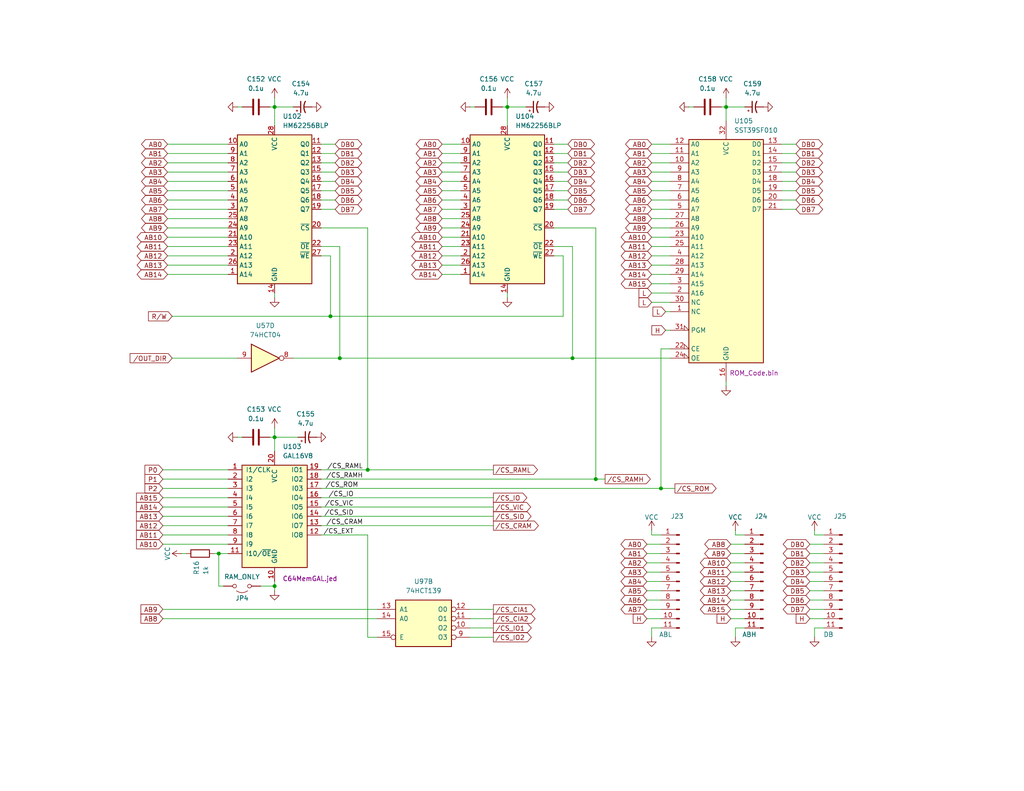
<source format=kicad_sch>
(kicad_sch (version 20250114) (generator "eeschema") (generator_version "9.0")
  (paper "A")
  (title_block (title "TTL 6510 Computer") (date "2025-10-20") (rev "B") (company "Stefan Warnke") (comment 9 "CPU_6502_Opcodes.txt"))
  (lib_symbols
    (symbol "74xx:74HCT04"
      (property "Reference" "U" (at 0 1.27 0))
      (property "Value" "74HCT04" (at 0 -1.27 0))
      (symbol "74HCT04_1_0"
        (pin input line (at -7.62 0 0) (length 3.81) (name "~") (number "1"))
        (pin output inverted (at 7.62 0 180) (length 3.81) (name "~") (number "2"))
      )
      (symbol "74HCT04_2_0"
        (pin input line (at -7.62 0 0) (length 3.81) (name "~") (number "3"))
        (pin output inverted (at 7.62 0 180) (length 3.81) (name "~") (number "4"))
      )
      (symbol "74HCT04_3_0"
        (pin input line (at -7.62 0 0) (length 3.81) (name "~") (number "5"))
        (pin output inverted (at 7.62 0 180) (length 3.81) (name "~") (number "6"))
      )
      (symbol "74HCT04_4_0"
        (pin input line (at -7.62 0 0) (length 3.81) (name "~") (number "9"))
        (pin output inverted (at 7.62 0 180) (length 3.81) (name "~") (number "8"))
      )
      (symbol "74HCT04_5_0"
        (pin input line (at -7.62 0 0) (length 3.81) (name "~") (number "11"))
        (pin output inverted (at 7.62 0 180) (length 3.81) (name "~") (number "10"))
      )
      (symbol "74HCT04_6_0"
        (pin input line (at -7.62 0 0) (length 3.81) (name "~") (number "13"))
        (pin output inverted (at 7.62 0 180) (length 3.81) (name "~") (number "12"))
      )
      (symbol "74HCT04_7_0"
        (pin power_in line (at 0 12.7 270) (length 5.08) (name "VCC") (number "14"))
        (pin power_in line (at 0 -12.7 90) (length 5.08) (name "GND") (number "7"))
      )
    )
    (symbol "74xx:74LS139" (pin_names (offset 1.016))
      (property "Reference" "U" (at -7.62 8.89 0))
      (property "Value" "74LS139" (at -7.62 -8.89 0))
      (symbol "74LS139_1_0"
        (pin input line (at -12.7 2.54 0) (length 5.08) (name "A1") (number "3"))
        (pin input line (at -12.7 0 0) (length 5.08) (name "A0") (number "2"))
        (pin input inverted (at -12.7 -5.08 0) (length 5.08) (name "E") (number "1"))
        (pin output inverted (at 12.7 2.54 180) (length 5.08) (name "O0") (number "4"))
        (pin output inverted (at 12.7 0 180) (length 5.08) (name "O1") (number "5"))
        (pin output inverted (at 12.7 -2.54 180) (length 5.08) (name "O2") (number "6"))
        (pin output inverted (at 12.7 -5.08 180) (length 5.08) (name "O3") (number "7"))
      )
      (symbol "74LS139_2_0"
        (pin input line (at -12.7 2.54 0) (length 5.08) (name "A1") (number "13"))
        (pin input line (at -12.7 0 0) (length 5.08) (name "A0") (number "14"))
        (pin input inverted (at -12.7 -5.08 0) (length 5.08) (name "E") (number "15"))
        (pin output inverted (at 12.7 2.54 180) (length 5.08) (name "O0") (number "12"))
        (pin output inverted (at 12.7 0 180) (length 5.08) (name "O1") (number "11"))
        (pin output inverted (at 12.7 -2.54 180) (length 5.08) (name "O2") (number "10"))
        (pin output inverted (at 12.7 -5.08 180) (length 5.08) (name "O3") (number "9"))
      )
      (symbol "74LS139_3_0"
        (pin power_in line (at 0 12.7 270) (length 5.08) (name "VCC") (number "16"))
        (pin power_in line (at 0 -12.7 90) (length 5.08) (name "GND") (number "8"))
      )
    )
    (symbol "Connector:Conn_01x11_Pin" (pin_names (offset 1.016) (hide yes))
      (property "Reference" "J" (at 0 15.24 0))
      (property "Value" "Conn_01x11_Pin" (at 0 -15.24 0))
      (symbol "Conn_01x11_Pin_1_1"
        (pin passive line (at 5.08 12.7 180) (length 3.81) (name "Pin_1") (number "1"))
        (pin passive line (at 5.08 10.16 180) (length 3.81) (name "Pin_2") (number "2"))
        (pin passive line (at 5.08 7.62 180) (length 3.81) (name "Pin_3") (number "3"))
        (pin passive line (at 5.08 5.08 180) (length 3.81) (name "Pin_4") (number "4"))
        (pin passive line (at 5.08 2.54 180) (length 3.81) (name "Pin_5") (number "5"))
        (pin passive line (at 5.08 0 180) (length 3.81) (name "Pin_6") (number "6"))
        (pin passive line (at 5.08 -2.54 180) (length 3.81) (name "Pin_7") (number "7"))
        (pin passive line (at 5.08 -5.08 180) (length 3.81) (name "Pin_8") (number "8"))
        (pin passive line (at 5.08 -7.62 180) (length 3.81) (name "Pin_9") (number "9"))
        (pin passive line (at 5.08 -10.16 180) (length 3.81) (name "Pin_10") (number "10"))
        (pin passive line (at 5.08 -12.7 180) (length 3.81) (name "Pin_11") (number "11"))
      )
    )
    (symbol "Device:C" (pin_numbers (hide yes)) (pin_names (offset 0.254))
      (property "Reference" "C" (at 0.635 2.54 0))
      (property "Value" "C" (at 0.635 -2.54 0))
      (symbol "C_1_1"
        (pin passive line (at 0 3.81 270) (length 2.794) (name "~") (number "1"))
        (pin passive line (at 0 -3.81 90) (length 2.794) (name "~") (number "2"))
      )
    )
    (symbol "Device:C_Polarized_Small_US" (pin_numbers (hide yes)) (pin_names (offset 0.254) (hide yes))
      (property "Reference" "C" (at 0.254 1.778 0))
      (property "Value" "C_Polarized_Small_US" (at 0.254 -2.032 0))
      (symbol "C_Polarized_Small_US_1_1"
        (pin passive line (at 0 2.54 270) (length 2.032) (name "~") (number "1"))
        (pin passive line (at 0 -2.54 90) (length 2.032) (name "~") (number "2"))
      )
    )
    (symbol "Device:R" (pin_numbers (hide yes)) (pin_names (offset 0))
      (property "Reference" "R" (at 2.032 0 90))
      (property "Value" "R" (at 0 0 90))
      (symbol "R_1_1"
        (pin passive line (at 0 3.81 270) (length 1.27) (name "~") (number "1"))
        (pin passive line (at 0 -3.81 90) (length 1.27) (name "~") (number "2"))
      )
    )
    (symbol "Jumper:Jumper_2_Open" (pin_numbers (hide yes)) (pin_names (offset 0) (hide yes)) (exclude_from_sim yes)
      (property "Reference" "JP" (at 0 2.794 0))
      (property "Value" "Jumper_2_Open" (at 0 -2.286 0))
      (symbol "Jumper_2_Open_1_1"
        (pin passive line (at -5.08 0 0) (length 2.54) (name "A") (number "1"))
        (pin passive line (at 5.08 0 180) (length 2.54) (name "B") (number "2"))
      )
    )
    (symbol "Logic_Programmable:GAL16V8" (pin_names (offset 1.016))
      (property "Reference" "U" (at -8.89 16.51 0))
      (property "Value" "GAL16V8" (at 1.27 16.51 0))
      (symbol "GAL16V8_0_0"
        (pin power_in line (at 0 17.78 270) (length 3.81) (name "VCC") (number "20"))
        (pin power_in line (at 0 -17.78 90) (length 3.81) (name "GND") (number "10"))
      )
      (symbol "GAL16V8_1_1"
        (pin input line (at -12.7 12.7 0) (length 3.81) (name "I1/CLK") (number "1"))
        (pin input line (at -12.7 10.16 0) (length 3.81) (name "I2") (number "2"))
        (pin input line (at -12.7 7.62 0) (length 3.81) (name "I3") (number "3"))
        (pin input line (at -12.7 5.08 0) (length 3.81) (name "I4") (number "4"))
        (pin input line (at -12.7 2.54 0) (length 3.81) (name "I5") (number "5"))
        (pin input line (at -12.7 0 0) (length 3.81) (name "I6") (number "6"))
        (pin input line (at -12.7 -2.54 0) (length 3.81) (name "I7") (number "7"))
        (pin input line (at -12.7 -5.08 0) (length 3.81) (name "I8") (number "8"))
        (pin input line (at -12.7 -7.62 0) (length 3.81) (name "I9") (number "9"))
        (pin input line (at -12.7 -10.16 0) (length 3.81) (name "I10/~{OE}") (number "11"))
        (pin tri_state line (at 12.7 12.7 180) (length 3.81) (name "IO1") (number "19"))
        (pin tri_state line (at 12.7 10.16 180) (length 3.81) (name "IO2") (number "18"))
        (pin tri_state line (at 12.7 7.62 180) (length 3.81) (name "I03") (number "17"))
        (pin tri_state line (at 12.7 5.08 180) (length 3.81) (name "IO4") (number "16"))
        (pin tri_state line (at 12.7 2.54 180) (length 3.81) (name "IO5") (number "15"))
        (pin tri_state line (at 12.7 0 180) (length 3.81) (name "IO6") (number "14"))
        (pin tri_state line (at 12.7 -2.54 180) (length 3.81) (name "IO7") (number "13"))
        (pin tri_state line (at 12.7 -5.08 180) (length 3.81) (name "IO8") (number "12"))
      )
    )
    (symbol "Memory_Flash:SST39SF010"
      (property "Reference" "U" (at 2.54 33.02 0))
      (property "Value" "SST39SF010" (at 0 -30.48 0))
      (symbol "SST39SF010_0_0"
        (pin power_in line (at 0 36.83 270) (length 5.08) (name "VCC") (number "32"))
        (pin power_in line (at 0 -34.29 90) (length 5.08) (name "GND") (number "16"))
      )
      (symbol "SST39SF010_1_1"
        (pin input line (at -15.24 30.48 0) (length 5.08) (name "A0") (number "12"))
        (pin input line (at -15.24 27.94 0) (length 5.08) (name "A1") (number "11"))
        (pin input line (at -15.24 25.4 0) (length 5.08) (name "A2") (number "10"))
        (pin input line (at -15.24 22.86 0) (length 5.08) (name "A3") (number "9"))
        (pin input line (at -15.24 20.32 0) (length 5.08) (name "A4") (number "8"))
        (pin input line (at -15.24 17.78 0) (length 5.08) (name "A5") (number "7"))
        (pin input line (at -15.24 15.24 0) (length 5.08) (name "A6") (number "6"))
        (pin input line (at -15.24 12.7 0) (length 5.08) (name "A7") (number "5"))
        (pin input line (at -15.24 10.16 0) (length 5.08) (name "A8") (number "27"))
        (pin input line (at -15.24 7.62 0) (length 5.08) (name "A9") (number "26"))
        (pin input line (at -15.24 5.08 0) (length 5.08) (name "A10") (number "23"))
        (pin input line (at -15.24 2.54 0) (length 5.08) (name "A11") (number "25"))
        (pin input line (at -15.24 0 0) (length 5.08) (name "A12") (number "4"))
        (pin input line (at -15.24 -2.54 0) (length 5.08) (name "A13") (number "28"))
        (pin input line (at -15.24 -5.08 0) (length 5.08) (name "A14") (number "29"))
        (pin input line (at -15.24 -7.62 0) (length 5.08) (name "A15") (number "3"))
        (pin input line (at -15.24 -10.16 0) (length 5.08) (name "A16") (number "2"))
        (pin input line (at -15.24 -12.7 0) (length 5.08) (name "NC") (number "30"))
        (pin input line (at -15.24 -15.24 0) (length 5.08) (name "NC") (number "1"))
        (pin input input_low (at -15.24 -20.32 0) (length 5.08) (name "PGM") (number "31"))
        (pin input input_low (at -15.24 -25.4 0) (length 5.08) (name "CE") (number "22"))
        (pin input input_low (at -15.24 -27.94 0) (length 5.08) (name "OE") (number "24"))
        (pin tri_state line (at 15.24 30.48 180) (length 5.08) (name "D0") (number "13"))
        (pin tri_state line (at 15.24 27.94 180) (length 5.08) (name "D1") (number "14"))
        (pin tri_state line (at 15.24 25.4 180) (length 5.08) (name "D2") (number "15"))
        (pin tri_state line (at 15.24 22.86 180) (length 5.08) (name "D3") (number "17"))
        (pin tri_state line (at 15.24 20.32 180) (length 5.08) (name "D4") (number "18"))
        (pin tri_state line (at 15.24 17.78 180) (length 5.08) (name "D5") (number "19"))
        (pin tri_state line (at 15.24 15.24 180) (length 5.08) (name "D6") (number "20"))
        (pin tri_state line (at 15.24 12.7 180) (length 5.08) (name "D7") (number "21"))
      )
    )
    (symbol "Memory_RAM:HM62256BLP"
      (property "Reference" "U" (at -10.16 20.955 0))
      (property "Value" "HM62256BLP" (at 2.54 20.955 0))
      (symbol "HM62256BLP_0_0"
        (pin power_in line (at 0 22.86 270) (length 2.54) (name "VCC") (number "28"))
        (pin power_in line (at 0 -22.86 90) (length 2.54) (name "GND") (number "14"))
      )
      (symbol "HM62256BLP_1_1"
        (pin input line (at -12.7 17.78 0) (length 2.54) (name "A0") (number "10"))
        (pin input line (at -12.7 15.24 0) (length 2.54) (name "A1") (number "9"))
        (pin input line (at -12.7 12.7 0) (length 2.54) (name "A2") (number "8"))
        (pin input line (at -12.7 10.16 0) (length 2.54) (name "A3") (number "7"))
        (pin input line (at -12.7 7.62 0) (length 2.54) (name "A4") (number "6"))
        (pin input line (at -12.7 5.08 0) (length 2.54) (name "A5") (number "5"))
        (pin input line (at -12.7 2.54 0) (length 2.54) (name "A6") (number "4"))
        (pin input line (at -12.7 0 0) (length 2.54) (name "A7") (number "3"))
        (pin input line (at -12.7 -2.54 0) (length 2.54) (name "A8") (number "25"))
        (pin input line (at -12.7 -5.08 0) (length 2.54) (name "A9") (number "24"))
        (pin input line (at -12.7 -7.62 0) (length 2.54) (name "A10") (number "21"))
        (pin input line (at -12.7 -10.16 0) (length 2.54) (name "A11") (number "23"))
        (pin input line (at -12.7 -12.7 0) (length 2.54) (name "A12") (number "2"))
        (pin input line (at -12.7 -15.24 0) (length 2.54) (name "A13") (number "26"))
        (pin input line (at -12.7 -17.78 0) (length 2.54) (name "A14") (number "1"))
        (pin tri_state line (at 12.7 17.78 180) (length 2.54) (name "Q0") (number "11"))
        (pin tri_state line (at 12.7 15.24 180) (length 2.54) (name "Q1") (number "12"))
        (pin tri_state line (at 12.7 12.7 180) (length 2.54) (name "Q2") (number "13"))
        (pin tri_state line (at 12.7 10.16 180) (length 2.54) (name "Q3") (number "15"))
        (pin tri_state line (at 12.7 7.62 180) (length 2.54) (name "Q4") (number "16"))
        (pin tri_state line (at 12.7 5.08 180) (length 2.54) (name "Q5") (number "17"))
        (pin tri_state line (at 12.7 2.54 180) (length 2.54) (name "Q6") (number "18"))
        (pin tri_state line (at 12.7 0 180) (length 2.54) (name "Q7") (number "19"))
        (pin input line (at 12.7 -5.08 180) (length 2.54) (name "~{CS}") (number "20"))
        (pin input line (at 12.7 -10.16 180) (length 2.54) (name "~{OE}") (number "22"))
        (pin input line (at 12.7 -12.7 180) (length 2.54) (name "~{WE}") (number "27"))
      )
    )
    (symbol "power:+5V" (power) (pin_numbers (hide yes)) (pin_names (offset 0) (hide yes))
      (property "Value" "+5V" (at 0 3.556 0))
      (symbol "+5V_1_1"
        (pin power_in line (at 0 0 90) (length 0) (name "~") (number "1"))
      )
    )
    (symbol "power:GND" (power) (pin_numbers (hide yes)) (pin_names (offset 0) (hide yes))
      (property "Value" "GND" (at 0 -3.81 0))
      (symbol "GND_1_1"
        (pin power_in line (at 0 0 270) (length 0) (name "~") (number "1"))
      )
    )
  )
  (junction (at 74.93 160.02))
  (junction (at 156.21 97.79))
  (junction (at 162.56 130.81))
  (junction (at 100.33 128.27))
  (junction (at 74.93 29.21))
  (junction (at 138.43 29.21))
  (junction (at 59.69 151.13))
  (junction (at 90.17 86.36))
  (junction (at 92.71 97.79))
  (junction (at 198.12 29.21))
  (junction (at 180.34 133.35))
  (junction (at 74.93 119.38))
  (wire (pts (xy 224.79 166.37) (xy 220.98 166.37)))
  (wire (pts (xy 44.45 143.51) (xy 62.23 143.51)))
  (wire (pts (xy 180.34 153.67) (xy 176.53 153.67)))
  (wire (pts (xy 120.65 59.69) (xy 125.73 59.69)))
  (wire (pts (xy 177.8 69.85) (xy 182.88 69.85)))
  (wire (pts (xy 44.45 128.27) (xy 62.23 128.27)))
  (wire (pts (xy 203.2 148.59) (xy 199.39 148.59)))
  (wire (pts (xy 138.43 26.67) (xy 138.43 29.21)))
  (wire (pts (xy 151.13 57.15) (xy 154.94 57.15)))
  (wire (pts (xy 138.43 29.21) (xy 138.43 34.29)))
  (wire (pts (xy 180.34 168.91) (xy 176.53 168.91)))
  (wire (pts (xy 187.96 29.21) (xy 189.23 29.21)))
  (wire (pts (xy 45.72 74.93) (xy 62.23 74.93)))
  (wire (pts (xy 180.34 95.25) (xy 182.88 95.25)))
  (wire (pts (xy 120.65 49.53) (xy 125.73 49.53)))
  (wire (pts (xy 100.33 173.99) (xy 102.87 173.99)))
  (wire (pts (xy 224.79 153.67) (xy 220.98 153.67)))
  (wire (pts (xy 162.56 130.81) (xy 165.1 130.81)))
  (wire (pts (xy 45.72 46.99) (xy 62.23 46.99)))
  (wire (pts (xy 177.8 80.01) (xy 182.88 80.01)))
  (wire (pts (xy 44.45 146.05) (xy 62.23 146.05)))
  (wire (pts (xy 100.33 62.23) (xy 87.63 62.23)))
  (wire (pts (xy 151.13 69.85) (xy 153.67 69.85)))
  (wire (pts (xy 73.66 119.38) (xy 74.93 119.38)))
  (wire (pts (xy 203.2 156.21) (xy 199.39 156.21)))
  (wire (pts (xy 120.65 67.31) (xy 125.73 67.31)))
  (wire (pts (xy 45.72 64.77) (xy 62.23 64.77)))
  (wire (pts (xy 153.67 69.85) (xy 153.67 86.36)))
  (wire (pts (xy 120.65 72.39) (xy 125.73 72.39)))
  (wire (pts (xy 138.43 80.01) (xy 138.43 81.28)))
  (wire (pts (xy 87.63 135.89) (xy 134.62 135.89)))
  (wire (pts (xy 224.79 163.83) (xy 220.98 163.83)))
  (wire (pts (xy 87.63 46.99) (xy 91.44 46.99)))
  (wire (pts (xy 49.53 151.13) (xy 50.8 151.13)))
  (wire (pts (xy 73.66 29.21) (xy 74.93 29.21)))
  (wire (pts (xy 120.65 64.77) (xy 125.73 64.77)))
  (wire (pts (xy 180.34 158.75) (xy 176.53 158.75)))
  (wire (pts (xy 203.2 166.37) (xy 199.39 166.37)))
  (wire (pts (xy 156.21 67.31) (xy 151.13 67.31)))
  (wire (pts (xy 177.8 72.39) (xy 182.88 72.39)))
  (wire (pts (xy 198.12 29.21) (xy 198.12 33.02)))
  (wire (pts (xy 177.8 49.53) (xy 182.88 49.53)))
  (wire (pts (xy 128.27 171.45) (xy 134.62 171.45)))
  (wire (pts (xy 224.79 168.91) (xy 220.98 168.91)))
  (wire (pts (xy 162.56 62.23) (xy 151.13 62.23)))
  (wire (pts (xy 213.36 52.07) (xy 217.17 52.07)))
  (wire (pts (xy 196.85 29.21) (xy 198.12 29.21)))
  (wire (pts (xy 45.72 52.07) (xy 62.23 52.07)))
  (wire (pts (xy 59.69 151.13) (xy 62.23 151.13)))
  (wire (pts (xy 177.8 62.23) (xy 182.88 62.23)))
  (wire (pts (xy 45.72 67.31) (xy 62.23 67.31)))
  (wire (pts (xy 44.45 138.43) (xy 62.23 138.43)))
  (wire (pts (xy 87.63 128.27) (xy 100.33 128.27)))
  (wire (pts (xy 177.8 52.07) (xy 182.88 52.07)))
  (wire (pts (xy 180.34 133.35) (xy 184.15 133.35)))
  (wire (pts (xy 177.8 57.15) (xy 182.88 57.15)))
  (wire (pts (xy 46.99 86.36) (xy 90.17 86.36)))
  (wire (pts (xy 128.27 173.99) (xy 134.62 173.99)))
  (wire (pts (xy 180.34 161.29) (xy 176.53 161.29)))
  (wire (pts (xy 181.61 85.09) (xy 182.88 85.09)))
  (wire (pts (xy 87.63 146.05) (xy 100.33 146.05)))
  (wire (pts (xy 213.36 39.37) (xy 217.17 39.37)))
  (wire (pts (xy 45.72 69.85) (xy 62.23 69.85)))
  (wire (pts (xy 198.12 29.21) (xy 203.2 29.21)))
  (wire (pts (xy 87.63 130.81) (xy 162.56 130.81)))
  (wire (pts (xy 200.66 171.45) (xy 200.66 173.99)))
  (wire (pts (xy 87.63 54.61) (xy 91.44 54.61)))
  (wire (pts (xy 198.12 26.67) (xy 198.12 29.21)))
  (wire (pts (xy 45.72 62.23) (xy 62.23 62.23)))
  (wire (pts (xy 180.34 95.25) (xy 180.34 133.35)))
  (wire (pts (xy 177.8 171.45) (xy 177.8 173.99)))
  (wire (pts (xy 120.65 46.99) (xy 125.73 46.99)))
  (wire (pts (xy 213.36 57.15) (xy 217.17 57.15)))
  (wire (pts (xy 87.63 140.97) (xy 134.62 140.97)))
  (wire (pts (xy 87.63 41.91) (xy 91.44 41.91)))
  (wire (pts (xy 45.72 39.37) (xy 62.23 39.37)))
  (wire (pts (xy 120.65 52.07) (xy 125.73 52.07)))
  (wire (pts (xy 90.17 86.36) (xy 153.67 86.36)))
  (wire (pts (xy 87.63 52.07) (xy 91.44 52.07)))
  (wire (pts (xy 224.79 146.05) (xy 222.25 146.05)))
  (wire (pts (xy 64.77 29.21) (xy 66.04 29.21)))
  (wire (pts (xy 177.8 39.37) (xy 182.88 39.37)))
  (wire (pts (xy 87.63 69.85) (xy 90.17 69.85)))
  (wire (pts (xy 74.93 26.67) (xy 74.93 29.21)))
  (wire (pts (xy 213.36 46.99) (xy 217.17 46.99)))
  (wire (pts (xy 203.2 171.45) (xy 200.66 171.45)))
  (wire (pts (xy 203.2 151.13) (xy 199.39 151.13)))
  (wire (pts (xy 151.13 49.53) (xy 154.94 49.53)))
  (wire (pts (xy 87.63 133.35) (xy 180.34 133.35)))
  (wire (pts (xy 87.63 138.43) (xy 134.62 138.43)))
  (wire (pts (xy 80.01 97.79) (xy 92.71 97.79)))
  (wire (pts (xy 120.65 41.91) (xy 125.73 41.91)))
  (wire (pts (xy 180.34 171.45) (xy 177.8 171.45)))
  (wire (pts (xy 45.72 59.69) (xy 62.23 59.69)))
  (wire (pts (xy 45.72 54.61) (xy 62.23 54.61)))
  (wire (pts (xy 151.13 39.37) (xy 154.94 39.37)))
  (wire (pts (xy 224.79 156.21) (xy 220.98 156.21)))
  (wire (pts (xy 137.16 29.21) (xy 138.43 29.21)))
  (wire (pts (xy 203.2 161.29) (xy 199.39 161.29)))
  (wire (pts (xy 87.63 49.53) (xy 91.44 49.53)))
  (wire (pts (xy 120.65 39.37) (xy 125.73 39.37)))
  (wire (pts (xy 44.45 133.35) (xy 62.23 133.35)))
  (wire (pts (xy 74.93 116.84) (xy 74.93 119.38)))
  (wire (pts (xy 222.25 171.45) (xy 222.25 173.99)))
  (wire (pts (xy 177.8 64.77) (xy 182.88 64.77)))
  (wire (pts (xy 100.33 146.05) (xy 100.33 173.99)))
  (wire (pts (xy 120.65 62.23) (xy 125.73 62.23)))
  (wire (pts (xy 213.36 54.61) (xy 217.17 54.61)))
  (wire (pts (xy 44.45 148.59) (xy 62.23 148.59)))
  (wire (pts (xy 128.27 168.91) (xy 134.62 168.91)))
  (wire (pts (xy 222.25 146.05) (xy 222.25 144.78)))
  (wire (pts (xy 151.13 46.99) (xy 154.94 46.99)))
  (wire (pts (xy 92.71 67.31) (xy 92.71 97.79)))
  (wire (pts (xy 224.79 151.13) (xy 220.98 151.13)))
  (wire (pts (xy 58.42 151.13) (xy 59.69 151.13)))
  (wire (pts (xy 224.79 161.29) (xy 220.98 161.29)))
  (wire (pts (xy 45.72 57.15) (xy 62.23 57.15)))
  (wire (pts (xy 120.65 54.61) (xy 125.73 54.61)))
  (wire (pts (xy 203.2 153.67) (xy 199.39 153.67)))
  (wire (pts (xy 177.8 77.47) (xy 182.88 77.47)))
  (wire (pts (xy 181.61 90.17) (xy 182.88 90.17)))
  (wire (pts (xy 74.93 80.01) (xy 74.93 81.28)))
  (wire (pts (xy 60.96 160.02) (xy 59.69 160.02)))
  (wire (pts (xy 45.72 49.53) (xy 62.23 49.53)))
  (wire (pts (xy 74.93 119.38) (xy 74.93 123.19)))
  (wire (pts (xy 44.45 130.81) (xy 62.23 130.81)))
  (wire (pts (xy 74.93 119.38) (xy 81.28 119.38)))
  (wire (pts (xy 203.2 163.83) (xy 199.39 163.83)))
  (wire (pts (xy 180.34 166.37) (xy 176.53 166.37)))
  (wire (pts (xy 64.77 119.38) (xy 66.04 119.38)))
  (wire (pts (xy 180.34 146.05) (xy 177.8 146.05)))
  (wire (pts (xy 177.8 54.61) (xy 182.88 54.61)))
  (wire (pts (xy 44.45 166.37) (xy 102.87 166.37)))
  (wire (pts (xy 213.36 44.45) (xy 217.17 44.45)))
  (wire (pts (xy 198.12 104.14) (xy 198.12 105.41)))
  (wire (pts (xy 71.12 160.02) (xy 74.93 160.02)))
  (wire (pts (xy 213.36 41.91) (xy 217.17 41.91)))
  (wire (pts (xy 156.21 97.79) (xy 182.88 97.79)))
  (wire (pts (xy 45.72 72.39) (xy 62.23 72.39)))
  (wire (pts (xy 46.99 97.79) (xy 64.77 97.79)))
  (wire (pts (xy 177.8 46.99) (xy 182.88 46.99)))
  (wire (pts (xy 120.65 74.93) (xy 125.73 74.93)))
  (wire (pts (xy 44.45 135.89) (xy 62.23 135.89)))
  (wire (pts (xy 59.69 160.02) (xy 59.69 151.13)))
  (wire (pts (xy 87.63 39.37) (xy 91.44 39.37)))
  (wire (pts (xy 177.8 74.93) (xy 182.88 74.93)))
  (wire (pts (xy 177.8 146.05) (xy 177.8 144.78)))
  (wire (pts (xy 180.34 156.21) (xy 176.53 156.21)))
  (wire (pts (xy 87.63 44.45) (xy 91.44 44.45)))
  (wire (pts (xy 138.43 29.21) (xy 143.51 29.21)))
  (wire (pts (xy 151.13 52.07) (xy 154.94 52.07)))
  (wire (pts (xy 180.34 163.83) (xy 176.53 163.83)))
  (wire (pts (xy 180.34 148.59) (xy 176.53 148.59)))
  (wire (pts (xy 44.45 140.97) (xy 62.23 140.97)))
  (wire (pts (xy 74.93 160.02) (xy 74.93 161.29)))
  (wire (pts (xy 44.45 168.91) (xy 102.87 168.91)))
  (wire (pts (xy 180.34 151.13) (xy 176.53 151.13)))
  (wire (pts (xy 151.13 54.61) (xy 154.94 54.61)))
  (wire (pts (xy 151.13 41.91) (xy 154.94 41.91)))
  (wire (pts (xy 100.33 128.27) (xy 134.62 128.27)))
  (wire (pts (xy 87.63 143.51) (xy 134.62 143.51)))
  (wire (pts (xy 224.79 171.45) (xy 222.25 171.45)))
  (wire (pts (xy 200.66 146.05) (xy 200.66 144.78)))
  (wire (pts (xy 156.21 67.31) (xy 156.21 97.79)))
  (wire (pts (xy 128.27 29.21) (xy 129.54 29.21)))
  (wire (pts (xy 45.72 44.45) (xy 62.23 44.45)))
  (wire (pts (xy 151.13 44.45) (xy 154.94 44.45)))
  (wire (pts (xy 203.2 158.75) (xy 199.39 158.75)))
  (wire (pts (xy 74.93 158.75) (xy 74.93 160.02)))
  (wire (pts (xy 90.17 69.85) (xy 90.17 86.36)))
  (wire (pts (xy 74.93 29.21) (xy 74.93 34.29)))
  (wire (pts (xy 45.72 41.91) (xy 62.23 41.91)))
  (wire (pts (xy 177.8 67.31) (xy 182.88 67.31)))
  (wire (pts (xy 128.27 166.37) (xy 134.62 166.37)))
  (wire (pts (xy 162.56 62.23) (xy 162.56 130.81)))
  (wire (pts (xy 177.8 44.45) (xy 182.88 44.45)))
  (wire (pts (xy 203.2 146.05) (xy 200.66 146.05)))
  (wire (pts (xy 120.65 69.85) (xy 125.73 69.85)))
  (wire (pts (xy 177.8 41.91) (xy 182.88 41.91)))
  (wire (pts (xy 203.2 168.91) (xy 199.39 168.91)))
  (wire (pts (xy 120.65 57.15) (xy 125.73 57.15)))
  (wire (pts (xy 100.33 128.27) (xy 100.33 62.23)))
  (wire (pts (xy 177.8 82.55) (xy 182.88 82.55)))
  (wire (pts (xy 120.65 44.45) (xy 125.73 44.45)))
  (wire (pts (xy 177.8 59.69) (xy 182.88 59.69)))
  (wire (pts (xy 224.79 148.59) (xy 220.98 148.59)))
  (wire (pts (xy 213.36 49.53) (xy 217.17 49.53)))
  (wire (pts (xy 87.63 57.15) (xy 91.44 57.15)))
  (wire (pts (xy 74.93 29.21) (xy 80.01 29.21)))
  (wire (pts (xy 224.79 158.75) (xy 220.98 158.75)))
  (wire (pts (xy 92.71 67.31) (xy 87.63 67.31)))
  (wire (pts (xy 92.71 97.79) (xy 156.21 97.79)))
  (label "{slash}CS_ROM" (at 97.79 133.35 180))
  (label "{slash}CS_VIC" (at 96.52 138.43 180))
  (label "{slash}CS_RAMH" (at 99.06 130.81 180))
  (label "{slash}CS_IO" (at 96.52 135.89 180))
  (label "{slash}CS_EXT" (at 96.52 146.05 180))
  (label "{slash}CS_RAML" (at 99.06 128.27 180))
  (label "{slash}CS_SID" (at 96.52 140.97 180))
  (label "{slash}CS_CRAM" (at 99.06 143.51 180))
  (global_label "AB3" (shape bidirectional) (at 120.65 46.99 180) (property "Intersheetrefs" "${INTERSHEET_REFS}" (effects (hide yes))))
  (global_label "DB3" (shape bidirectional) (at 91.44 46.99 0) (property "Intersheetrefs" "${INTERSHEET_REFS}" (effects (hide yes))))
  (global_label "AB12" (shape bidirectional) (at 120.65 69.85 180) (property "Intersheetrefs" "${INTERSHEET_REFS}" (effects (hide yes))))
  (global_label "AB8" (shape bidirectional) (at 199.39 148.59 180) (property "Intersheetrefs" "${INTERSHEET_REFS}" (effects (hide yes))))
  (global_label "AB10" (shape bidirectional) (at 45.72 64.77 180) (property "Intersheetrefs" "${INTERSHEET_REFS}" (effects (hide yes))))
  (global_label "DB4" (shape bidirectional) (at 91.44 49.53 0) (property "Intersheetrefs" "${INTERSHEET_REFS}" (effects (hide yes))))
  (global_label "AB4" (shape bidirectional) (at 177.8 49.53 180) (property "Intersheetrefs" "${INTERSHEET_REFS}" (effects (hide yes))))
  (global_label "P2" (shape input) (at 44.45 133.35 180) (property "Intersheetrefs" "${INTERSHEET_REFS}" (effects (hide yes))))
  (global_label "DB5" (shape bidirectional) (at 154.94 52.07 0) (property "Intersheetrefs" "${INTERSHEET_REFS}" (effects (hide yes))))
  (global_label "DB7" (shape bidirectional) (at 154.94 57.15 0) (property "Intersheetrefs" "${INTERSHEET_REFS}" (effects (hide yes))))
  (global_label "AB15" (shape input) (at 44.45 135.89 180) (property "Intersheetrefs" "${INTERSHEET_REFS}" (effects (hide yes))))
  (global_label "DB4" (shape bidirectional) (at 217.17 49.53 0) (property "Intersheetrefs" "${INTERSHEET_REFS}" (effects (hide yes))))
  (global_label "DB3" (shape bidirectional) (at 220.98 156.21 180) (property "Intersheetrefs" "${INTERSHEET_REFS}" (effects (hide yes))))
  (global_label "AB14" (shape input) (at 44.45 138.43 180) (property "Intersheetrefs" "${INTERSHEET_REFS}" (effects (hide yes))))
  (global_label "AB8" (shape input) (at 44.45 168.91 180) (property "Intersheetrefs" "${INTERSHEET_REFS}" (effects (hide yes))))
  (global_label "{slash}CS_IO1" (shape output) (at 134.62 171.45 0) (property "Intersheetrefs" "${INTERSHEET_REFS}" (effects (hide yes))))
  (global_label "AB9" (shape bidirectional) (at 45.72 62.23 180) (property "Intersheetrefs" "${INTERSHEET_REFS}" (effects (hide yes))))
  (global_label "DB3" (shape bidirectional) (at 154.94 46.99 0) (property "Intersheetrefs" "${INTERSHEET_REFS}" (effects (hide yes))))
  (global_label "DB0" (shape bidirectional) (at 217.17 39.37 0) (property "Intersheetrefs" "${INTERSHEET_REFS}" (effects (hide yes))))
  (global_label "AB4" (shape bidirectional) (at 120.65 49.53 180) (property "Intersheetrefs" "${INTERSHEET_REFS}" (effects (hide yes))))
  (global_label "P1" (shape input) (at 44.45 130.81 180) (property "Intersheetrefs" "${INTERSHEET_REFS}" (effects (hide yes))))
  (global_label "DB2" (shape bidirectional) (at 217.17 44.45 0) (property "Intersheetrefs" "${INTERSHEET_REFS}" (effects (hide yes))))
  (global_label "{slash}CS_RAML" (shape output) (at 134.62 128.27 0) (property "Intersheetrefs" "${INTERSHEET_REFS}" (effects (hide yes))))
  (global_label "AB6" (shape bidirectional) (at 177.8 54.61 180) (property "Intersheetrefs" "${INTERSHEET_REFS}" (effects (hide yes))))
  (global_label "DB0" (shape bidirectional) (at 91.44 39.37 0) (property "Intersheetrefs" "${INTERSHEET_REFS}" (effects (hide yes))))
  (global_label "AB1" (shape bidirectional) (at 176.53 151.13 180) (property "Intersheetrefs" "${INTERSHEET_REFS}" (effects (hide yes))))
  (global_label "AB8" (shape bidirectional) (at 45.72 59.69 180) (property "Intersheetrefs" "${INTERSHEET_REFS}" (effects (hide yes))))
  (global_label "AB11" (shape bidirectional) (at 177.8 67.31 180) (property "Intersheetrefs" "${INTERSHEET_REFS}" (effects (hide yes))))
  (global_label "DB2" (shape bidirectional) (at 154.94 44.45 0) (property "Intersheetrefs" "${INTERSHEET_REFS}" (effects (hide yes))))
  (global_label "AB15" (shape bidirectional) (at 177.8 77.47 180) (property "Intersheetrefs" "${INTERSHEET_REFS}" (effects (hide yes))))
  (global_label "DB2" (shape bidirectional) (at 91.44 44.45 0) (property "Intersheetrefs" "${INTERSHEET_REFS}" (effects (hide yes))))
  (global_label "AB5" (shape bidirectional) (at 176.53 161.29 180) (property "Intersheetrefs" "${INTERSHEET_REFS}" (effects (hide yes))))
  (global_label "DB7" (shape bidirectional) (at 91.44 57.15 0) (property "Intersheetrefs" "${INTERSHEET_REFS}" (effects (hide yes))))
  (global_label "DB5" (shape bidirectional) (at 220.98 161.29 180) (property "Intersheetrefs" "${INTERSHEET_REFS}" (effects (hide yes))))
  (global_label "AB3" (shape bidirectional) (at 45.72 46.99 180) (property "Intersheetrefs" "${INTERSHEET_REFS}" (effects (hide yes))))
  (global_label "DB6" (shape bidirectional) (at 91.44 54.61 0) (property "Intersheetrefs" "${INTERSHEET_REFS}" (effects (hide yes))))
  (global_label "AB2" (shape bidirectional) (at 176.53 153.67 180) (property "Intersheetrefs" "${INTERSHEET_REFS}" (effects (hide yes))))
  (global_label "DB6" (shape bidirectional) (at 220.98 163.83 180) (property "Intersheetrefs" "${INTERSHEET_REFS}" (effects (hide yes))))
  (global_label "AB3" (shape bidirectional) (at 177.8 46.99 180) (property "Intersheetrefs" "${INTERSHEET_REFS}" (effects (hide yes))))
  (global_label "AB2" (shape bidirectional) (at 120.65 44.45 180) (property "Intersheetrefs" "${INTERSHEET_REFS}" (effects (hide yes))))
  (global_label "{slash}CS_CRAM" (shape output) (at 134.62 143.51 0) (property "Intersheetrefs" "${INTERSHEET_REFS}" (effects (hide yes))))
  (global_label "H" (shape input) (at 220.98 168.91 180) (property "Intersheetrefs" "${INTERSHEET_REFS}" (effects (hide yes))))
  (global_label "DB1" (shape bidirectional) (at 220.98 151.13 180) (property "Intersheetrefs" "${INTERSHEET_REFS}" (effects (hide yes))))
  (global_label "AB6" (shape bidirectional) (at 176.53 163.83 180) (property "Intersheetrefs" "${INTERSHEET_REFS}" (effects (hide yes))))
  (global_label "DB0" (shape bidirectional) (at 154.94 39.37 0) (property "Intersheetrefs" "${INTERSHEET_REFS}" (effects (hide yes))))
  (global_label "P0" (shape input) (at 44.45 128.27 180) (property "Intersheetrefs" "${INTERSHEET_REFS}" (effects (hide yes))))
  (global_label "AB10" (shape bidirectional) (at 177.8 64.77 180) (property "Intersheetrefs" "${INTERSHEET_REFS}" (effects (hide yes))))
  (global_label "{slash}CS_ROM" (shape output) (at 184.15 133.35 0) (property "Intersheetrefs" "${INTERSHEET_REFS}" (effects (hide yes))))
  (global_label "AB5" (shape bidirectional) (at 177.8 52.07 180) (property "Intersheetrefs" "${INTERSHEET_REFS}" (effects (hide yes))))
  (global_label "AB11" (shape bidirectional) (at 120.65 67.31 180) (property "Intersheetrefs" "${INTERSHEET_REFS}" (effects (hide yes))))
  (global_label "DB2" (shape bidirectional) (at 220.98 153.67 180) (property "Intersheetrefs" "${INTERSHEET_REFS}" (effects (hide yes))))
  (global_label "DB7" (shape bidirectional) (at 220.98 166.37 180) (property "Intersheetrefs" "${INTERSHEET_REFS}" (effects (hide yes))))
  (global_label "DB4" (shape bidirectional) (at 154.94 49.53 0) (property "Intersheetrefs" "${INTERSHEET_REFS}" (effects (hide yes))))
  (global_label "AB13" (shape bidirectional) (at 199.39 161.29 180) (property "Intersheetrefs" "${INTERSHEET_REFS}" (effects (hide yes))))
  (global_label "AB15" (shape bidirectional) (at 199.39 166.37 180) (property "Intersheetrefs" "${INTERSHEET_REFS}" (effects (hide yes))))
  (global_label "AB13" (shape input) (at 44.45 140.97 180) (property "Intersheetrefs" "${INTERSHEET_REFS}" (effects (hide yes))))
  (global_label "H" (shape input) (at 176.53 168.91 180) (property "Intersheetrefs" "${INTERSHEET_REFS}" (effects (hide yes))))
  (global_label "AB8" (shape bidirectional) (at 177.8 59.69 180) (property "Intersheetrefs" "${INTERSHEET_REFS}" (effects (hide yes))))
  (global_label "AB4" (shape bidirectional) (at 45.72 49.53 180) (property "Intersheetrefs" "${INTERSHEET_REFS}" (effects (hide yes))))
  (global_label "{slash}CS_IO2" (shape output) (at 134.62 173.99 0) (property "Intersheetrefs" "${INTERSHEET_REFS}" (effects (hide yes))))
  (global_label "H" (shape input) (at 199.39 168.91 180) (property "Intersheetrefs" "${INTERSHEET_REFS}" (effects (hide yes))))
  (global_label "AB14" (shape bidirectional) (at 199.39 163.83 180) (property "Intersheetrefs" "${INTERSHEET_REFS}" (effects (hide yes))))
  (global_label "AB10" (shape input) (at 44.45 148.59 180) (property "Intersheetrefs" "${INTERSHEET_REFS}" (effects (hide yes))))
  (global_label "DB3" (shape bidirectional) (at 217.17 46.99 0) (property "Intersheetrefs" "${INTERSHEET_REFS}" (effects (hide yes))))
  (global_label "AB1" (shape bidirectional) (at 120.65 41.91 180) (property "Intersheetrefs" "${INTERSHEET_REFS}" (effects (hide yes))))
  (global_label "AB9" (shape bidirectional) (at 199.39 151.13 180) (property "Intersheetrefs" "${INTERSHEET_REFS}" (effects (hide yes))))
  (global_label "AB5" (shape bidirectional) (at 45.72 52.07 180) (property "Intersheetrefs" "${INTERSHEET_REFS}" (effects (hide yes))))
  (global_label "AB5" (shape bidirectional) (at 120.65 52.07 180) (property "Intersheetrefs" "${INTERSHEET_REFS}" (effects (hide yes))))
  (global_label "DB6" (shape bidirectional) (at 217.17 54.61 0) (property "Intersheetrefs" "${INTERSHEET_REFS}" (effects (hide yes))))
  (global_label "{slash}OUT_DIR" (shape input) (at 46.99 97.79 180) (property "Intersheetrefs" "${INTERSHEET_REFS}" (effects (hide yes))))
  (global_label "AB8" (shape bidirectional) (at 120.65 59.69 180) (property "Intersheetrefs" "${INTERSHEET_REFS}" (effects (hide yes))))
  (global_label "AB9" (shape bidirectional) (at 177.8 62.23 180) (property "Intersheetrefs" "${INTERSHEET_REFS}" (effects (hide yes))))
  (global_label "AB6" (shape bidirectional) (at 120.65 54.61 180) (property "Intersheetrefs" "${INTERSHEET_REFS}" (effects (hide yes))))
  (global_label "AB3" (shape bidirectional) (at 176.53 156.21 180) (property "Intersheetrefs" "${INTERSHEET_REFS}" (effects (hide yes))))
  (global_label "DB1" (shape bidirectional) (at 217.17 41.91 0) (property "Intersheetrefs" "${INTERSHEET_REFS}" (effects (hide yes))))
  (global_label "{slash}CS_VIC" (shape output) (at 134.62 138.43 0) (property "Intersheetrefs" "${INTERSHEET_REFS}" (effects (hide yes))))
  (global_label "{slash}CS_SID" (shape output) (at 134.62 140.97 0) (property "Intersheetrefs" "${INTERSHEET_REFS}" (effects (hide yes))))
  (global_label "AB7" (shape bidirectional) (at 120.65 57.15 180) (property "Intersheetrefs" "${INTERSHEET_REFS}" (effects (hide yes))))
  (global_label "{slash}CS_RAMH" (shape output) (at 165.1 130.81 0) (property "Intersheetrefs" "${INTERSHEET_REFS}" (effects (hide yes))))
  (global_label "AB13" (shape bidirectional) (at 177.8 72.39 180) (property "Intersheetrefs" "${INTERSHEET_REFS}" (effects (hide yes))))
  (global_label "AB12" (shape bidirectional) (at 199.39 158.75 180) (property "Intersheetrefs" "${INTERSHEET_REFS}" (effects (hide yes))))
  (global_label "AB7" (shape bidirectional) (at 177.8 57.15 180) (property "Intersheetrefs" "${INTERSHEET_REFS}" (effects (hide yes))))
  (global_label "L" (shape input) (at 177.8 80.01 180) (property "Intersheetrefs" "${INTERSHEET_REFS}" (effects (hide yes))))
  (global_label "AB9" (shape input) (at 44.45 166.37 180) (property "Intersheetrefs" "${INTERSHEET_REFS}" (effects (hide yes))))
  (global_label "DB5" (shape bidirectional) (at 91.44 52.07 0) (property "Intersheetrefs" "${INTERSHEET_REFS}" (effects (hide yes))))
  (global_label "AB13" (shape bidirectional) (at 120.65 72.39 180) (property "Intersheetrefs" "${INTERSHEET_REFS}" (effects (hide yes))))
  (global_label "AB11" (shape bidirectional) (at 45.72 67.31 180) (property "Intersheetrefs" "${INTERSHEET_REFS}" (effects (hide yes))))
  (global_label "{slash}CS_IO" (shape output) (at 134.62 135.89 0) (property "Intersheetrefs" "${INTERSHEET_REFS}" (effects (hide yes))))
  (global_label "DB7" (shape bidirectional) (at 217.17 57.15 0) (property "Intersheetrefs" "${INTERSHEET_REFS}" (effects (hide yes))))
  (global_label "AB14" (shape bidirectional) (at 45.72 74.93 180) (property "Intersheetrefs" "${INTERSHEET_REFS}" (effects (hide yes))))
  (global_label "DB5" (shape bidirectional) (at 217.17 52.07 0) (property "Intersheetrefs" "${INTERSHEET_REFS}" (effects (hide yes))))
  (global_label "AB14" (shape bidirectional) (at 120.65 74.93 180) (property "Intersheetrefs" "${INTERSHEET_REFS}" (effects (hide yes))))
  (global_label "AB11" (shape input) (at 44.45 146.05 180) (property "Intersheetrefs" "${INTERSHEET_REFS}" (effects (hide yes))))
  (global_label "AB0" (shape bidirectional) (at 176.53 148.59 180) (property "Intersheetrefs" "${INTERSHEET_REFS}" (effects (hide yes))))
  (global_label "AB2" (shape bidirectional) (at 177.8 44.45 180) (property "Intersheetrefs" "${INTERSHEET_REFS}" (effects (hide yes))))
  (global_label "L" (shape input) (at 181.61 85.09 180) (property "Intersheetrefs" "${INTERSHEET_REFS}" (effects (hide yes))))
  (global_label "AB1" (shape bidirectional) (at 177.8 41.91 180) (property "Intersheetrefs" "${INTERSHEET_REFS}" (effects (hide yes))))
  (global_label "L" (shape input) (at 177.8 82.55 180) (property "Intersheetrefs" "${INTERSHEET_REFS}" (effects (hide yes))))
  (global_label "AB2" (shape bidirectional) (at 45.72 44.45 180) (property "Intersheetrefs" "${INTERSHEET_REFS}" (effects (hide yes))))
  (global_label "{slash}CS_CIA1" (shape output) (at 134.62 166.37 0) (property "Intersheetrefs" "${INTERSHEET_REFS}" (effects (hide yes))))
  (global_label "H" (shape input) (at 181.61 90.17 180) (property "Intersheetrefs" "${INTERSHEET_REFS}" (effects (hide yes))))
  (global_label "AB9" (shape bidirectional) (at 120.65 62.23 180) (property "Intersheetrefs" "${INTERSHEET_REFS}" (effects (hide yes))))
  (global_label "AB13" (shape bidirectional) (at 45.72 72.39 180) (property "Intersheetrefs" "${INTERSHEET_REFS}" (effects (hide yes))))
  (global_label "AB14" (shape bidirectional) (at 177.8 74.93 180) (property "Intersheetrefs" "${INTERSHEET_REFS}" (effects (hide yes))))
  (global_label "AB12" (shape bidirectional) (at 45.72 69.85 180) (property "Intersheetrefs" "${INTERSHEET_REFS}" (effects (hide yes))))
  (global_label "DB6" (shape bidirectional) (at 154.94 54.61 0) (property "Intersheetrefs" "${INTERSHEET_REFS}" (effects (hide yes))))
  (global_label "AB10" (shape bidirectional) (at 120.65 64.77 180) (property "Intersheetrefs" "${INTERSHEET_REFS}" (effects (hide yes))))
  (global_label "DB1" (shape bidirectional) (at 154.94 41.91 0) (property "Intersheetrefs" "${INTERSHEET_REFS}" (effects (hide yes))))
  (global_label "AB0" (shape bidirectional) (at 45.72 39.37 180) (property "Intersheetrefs" "${INTERSHEET_REFS}" (effects (hide yes))))
  (global_label "AB6" (shape bidirectional) (at 45.72 54.61 180) (property "Intersheetrefs" "${INTERSHEET_REFS}" (effects (hide yes))))
  (global_label "DB4" (shape bidirectional) (at 220.98 158.75 180) (property "Intersheetrefs" "${INTERSHEET_REFS}" (effects (hide yes))))
  (global_label "AB4" (shape bidirectional) (at 176.53 158.75 180) (property "Intersheetrefs" "${INTERSHEET_REFS}" (effects (hide yes))))
  (global_label "DB0" (shape bidirectional) (at 220.98 148.59 180) (property "Intersheetrefs" "${INTERSHEET_REFS}" (effects (hide yes))))
  (global_label "DB1" (shape bidirectional) (at 91.44 41.91 0) (property "Intersheetrefs" "${INTERSHEET_REFS}" (effects (hide yes))))
  (global_label "AB10" (shape bidirectional) (at 199.39 153.67 180) (property "Intersheetrefs" "${INTERSHEET_REFS}" (effects (hide yes))))
  (global_label "{slash}CS_CIA2" (shape output) (at 134.62 168.91 0) (property "Intersheetrefs" "${INTERSHEET_REFS}" (effects (hide yes))))
  (global_label "AB12" (shape input) (at 44.45 143.51 180) (property "Intersheetrefs" "${INTERSHEET_REFS}" (effects (hide yes))))
  (global_label "AB12" (shape bidirectional) (at 177.8 69.85 180) (property "Intersheetrefs" "${INTERSHEET_REFS}" (effects (hide yes))))
  (global_label "R{slash}W" (shape input) (at 46.99 86.36 180) (property "Intersheetrefs" "${INTERSHEET_REFS}" (effects (hide yes))))
  (global_label "AB0" (shape bidirectional) (at 177.8 39.37 180) (property "Intersheetrefs" "${INTERSHEET_REFS}" (effects (hide yes))))
  (global_label "AB11" (shape bidirectional) (at 199.39 156.21 180) (property "Intersheetrefs" "${INTERSHEET_REFS}" (effects (hide yes))))
  (global_label "AB0" (shape bidirectional) (at 120.65 39.37 180) (property "Intersheetrefs" "${INTERSHEET_REFS}" (effects (hide yes))))
  (global_label "AB1" (shape bidirectional) (at 45.72 41.91 180) (property "Intersheetrefs" "${INTERSHEET_REFS}" (effects (hide yes))))
  (global_label "AB7" (shape bidirectional) (at 45.72 57.15 180) (property "Intersheetrefs" "${INTERSHEET_REFS}" (effects (hide yes))))
  (global_label "AB7" (shape bidirectional) (at 176.53 166.37 180) (property "Intersheetrefs" "${INTERSHEET_REFS}" (effects (hide yes))))
  (symbol (lib_id "power:GND") (at 198.12 105.41 0) (unit 1)
    (property "Reference" "#PWR0464" (effects (hide yes)))
    (property "Value" "GND" (effects (hide yes)))
    (property "Description" "Power symbol creates a global label with name \"GND\" , ground" (effects (hide yes)))
  )
  (symbol (lib_id "Device:C_Polarized_Small_US") (at 146.05 29.21 90) (unit 1)
    (property "Reference" "C157" (at 145.6182 22.86 90))
    (property "Value" "4.7u" (at 145.6182 25.4 90))
    (property "Footprint" "Project Library:C_Disc_D7.5mm_W2.5mm_P7.62mm" (effects (hide yes)))
    (property "Description" "Polarized capacitor, small US symbol" (effects (hide yes)))
    (property "OrderInfo" "https://www.digikey.com/en/products/detail/kyocera-avx/TAP475M010SCS/1472017" (effects (hide yes)))
  )
  (symbol (lib_id "Memory_RAM:HM62256BLP") (at 74.93 57.15 0) (unit 1)
    (property "Reference" "U102" (at 77.1241 31.75 0) (effects (justify left)))
    (property "Value" "HM62256BLP" (at 77.1241 34.29 0) (effects (justify left)))
    (property "Footprint" "Package_DIP:DIP-28_W15.24mm" (effects (hide yes)))
    (property "Datasheet" "https://web.mit.edu/6.115/www/document/62256.pdf" (effects (hide yes)))
    (property "Description" "32,768-word × 8-bit High Speed CMOS Static RAM, 70ns, DIP-28" (effects (hide yes)))
    (property "OrderInfo" "https://www.digikey.com/en/products/detail/alliance-memory-inc/AS6C62256-55PCN/4234592" (effects (hide yes)))
  )
  (symbol (lib_id "Connector:Conn_01x11_Pin") (at 185.42 158.75 0) (mirror y) (unit 1)
    (property "Reference" "J23" (at 184.785 140.97 0))
    (property "Value" "ABL" (at 181.61 173.228 0))
    (property "Footprint" "Connector_PinHeader_2.54mm:PinHeader_1x11_P2.54mm_Vertical" (effects (hide yes)))
    (property "Description" "Generic connector, single row, 01x11, script generated" (effects (hide yes)))
    (property "OrderInfo" "https://www.digikey.com/en/products/detail/samtec-inc/SSA-111-S-T/1105805" (effects (hide yes)))
  )
  (symbol (lib_id "power:GND") (at 200.66 173.99 0) (mirror y) (unit 1)
    (property "Reference" "#PWR0466" (effects (hide yes)))
    (property "Value" "GND" (effects (hide yes)))
    (property "Description" "Power symbol creates a global label with name \"GND\" , ground" (effects (hide yes)))
  )
  (symbol (lib_id "Memory_Flash:SST39SF010") (at 198.12 69.85 0) (unit 1)
    (property "Reference" "U105" (at 200.3141 33.02 0) (effects (justify left)))
    (property "Value" "SST39SF010" (at 200.3141 35.56 0) (effects (justify left)))
    (property "Footprint" "Package_DIP:DIP-32_W15.24mm_Socket" (effects (hide yes)))
    (property "Datasheet" "http://ww1.microchip.com/downloads/en/DeviceDoc/25022B.pdf" (effects (hide yes)))
    (property "Description" "Silicon Storage Technology (SSF) 128k x 8 Flash ROM" (effects (hide yes)))
    (property "OrderInfo" "https://www.digikey.com/en/products/detail/microchip-technology/SST39SF010A-70-4C-PHE/2297826" (effects (hide yes)))
    (property "BinaryFile" "ROM_Code.bin" (at 205.74 101.854 0))
  )
  (symbol (lib_id "Connector:Conn_01x11_Pin") (at 229.87 158.75 0) (mirror y) (unit 1)
    (property "Reference" "J25" (at 229.235 140.97 0))
    (property "Value" "DB" (at 226.06 173.228 0))
    (property "Footprint" "Connector_PinHeader_2.54mm:PinHeader_1x11_P2.54mm_Vertical" (effects (hide yes)))
    (property "Description" "Generic connector, single row, 01x11, script generated" (effects (hide yes)))
    (property "OrderInfo" "https://www.digikey.com/en/products/detail/samtec-inc/SSA-111-S-T/1105805" (effects (hide yes)))
  )
  (symbol (lib_id "Device:C") (at 133.35 29.21 90) (unit 1)
    (property "Reference" "C156" (at 133.35 21.59 90))
    (property "Value" "0.1u" (at 133.35 24.13 90))
    (property "Footprint" "Project Library:C_Disc_D7.5mm_W2.5mm_P7.62mm" (effects (hide yes)))
    (property "Description" "Unpolarized capacitor" (effects (hide yes)))
    (property "OrderInfo" "https://www.digikey.com/en/products/detail/kemet/C320C104M5R5TA/3726028" (effects (hide yes)))
  )
  (symbol (lib_id "74xx:74HCT04") (at 72.39 97.79 0) (unit 4)
    (property "Reference" "U57" (at 72.39 88.9 0))
    (property "Value" "74HCT04" (at 72.39 91.44 0))
    (property "Footprint" "Package_DIP:DIP-14_W7.62mm_Socket" (effects (hide yes)))
    (property "Datasheet" "https://assets.nexperia.com/documents/data-sheet/74HC_HCT04.pdf" (effects (hide yes)))
    (property "Description" "Hex Inverter" (effects (hide yes)))
    (property "OrderInfo" "https://www.digikey.com/en/products/detail/texas-instruments/SN74HCT04N/277251" (effects (hide yes)))
  )
  (symbol (lib_id "power:GND") (at 74.93 161.29 0) (unit 1)
    (property "Reference" "#PWR0453" (effects (hide yes)))
    (property "Value" "GND" (effects (hide yes)))
    (property "Description" "Power symbol creates a global label with name \"GND\" , ground" (effects (hide yes)))
  )
  (symbol (lib_id "power:+5V") (at 177.8 144.78 0) (mirror y) (unit 1)
    (property "Reference" "#PWR0460" (effects (hide yes)))
    (property "Value" "VCC" (at 177.8 141.224 0))
    (property "Description" "Power symbol creates a global label with name \"+5V\"" (effects (hide yes)))
  )
  (symbol (lib_id "Connector:Conn_01x11_Pin") (at 208.28 158.75 0) (mirror y) (unit 1)
    (property "Reference" "J24" (at 207.645 140.97 0))
    (property "Value" "ABH" (at 204.47 173.228 0))
    (property "Footprint" "Connector_PinHeader_2.54mm:PinHeader_1x11_P2.54mm_Vertical" (effects (hide yes)))
    (property "Description" "Generic connector, single row, 01x11, script generated" (effects (hide yes)))
    (property "OrderInfo" "https://www.digikey.com/en/products/detail/samtec-inc/SSA-111-S-T/1105805" (effects (hide yes)))
  )
  (symbol (lib_id "power:+5V") (at 198.12 26.67 0) (unit 1)
    (property "Reference" "#PWR0463" (effects (hide yes)))
    (property "Value" "VCC" (at 198.12 21.59 0))
    (property "Description" "Power symbol creates a global label with name \"+5V\"" (effects (hide yes)))
  )
  (symbol (lib_id "power:GND") (at 177.8 173.99 0) (mirror y) (unit 1)
    (property "Reference" "#PWR0461" (effects (hide yes)))
    (property "Value" "GND" (effects (hide yes)))
    (property "Description" "Power symbol creates a global label with name \"GND\" , ground" (effects (hide yes)))
  )
  (symbol (lib_id "power:+5V") (at 222.25 144.78 0) (mirror y) (unit 1)
    (property "Reference" "#PWR0468" (effects (hide yes)))
    (property "Value" "VCC" (at 222.25 141.224 0))
    (property "Description" "Power symbol creates a global label with name \"+5V\"" (effects (hide yes)))
  )
  (symbol (lib_id "power:+5V") (at 49.53 151.13 90) (unit 1)
    (property "Reference" "#PWR0447" (effects (hide yes)))
    (property "Value" "VCC" (at 45.72 151.13 0))
    (property "Description" "Power symbol creates a global label with name \"+5V\"" (effects (hide yes)))
  )
  (symbol (lib_id "Device:C_Polarized_Small_US") (at 83.82 119.38 90) (unit 1)
    (property "Reference" "C155" (at 83.3882 113.03 90))
    (property "Value" "4.7u" (at 83.3882 115.57 90))
    (property "Footprint" "Project Library:C_Disc_D7.5mm_W2.5mm_P7.62mm" (effects (hide yes)))
    (property "Description" "Polarized capacitor, small US symbol" (effects (hide yes)))
    (property "OrderInfo" "https://www.digikey.com/en/products/detail/kyocera-avx/TAP475M010SCS/1472017" (effects (hide yes)))
  )
  (symbol (lib_id "power:GND") (at 86.36 119.38 90) (unit 1)
    (property "Reference" "#PWR0455" (effects (hide yes)))
    (property "Value" "GND" (effects (hide yes)))
    (property "Description" "Power symbol creates a global label with name \"GND\" , ground" (effects (hide yes)))
  )
  (symbol (lib_id "power:GND") (at 74.93 81.28 0) (unit 1)
    (property "Reference" "#PWR0451" (effects (hide yes)))
    (property "Value" "GND" (effects (hide yes)))
    (property "Description" "Power symbol creates a global label with name \"GND\" , ground" (effects (hide yes)))
  )
  (symbol (lib_id "Device:C") (at 193.04 29.21 90) (unit 1)
    (property "Reference" "C158" (at 193.04 21.59 90))
    (property "Value" "0.1u" (at 193.04 24.13 90))
    (property "Footprint" "Project Library:C_Disc_D7.5mm_W2.5mm_P7.62mm" (effects (hide yes)))
    (property "Description" "Unpolarized capacitor" (effects (hide yes)))
    (property "OrderInfo" "https://www.digikey.com/en/products/detail/kemet/C320C104M5R5TA/3726028" (effects (hide yes)))
  )
  (symbol (lib_id "Memory_RAM:HM62256BLP") (at 138.43 57.15 0) (unit 1)
    (property "Reference" "U104" (at 140.6241 31.75 0) (effects (justify left)))
    (property "Value" "HM62256BLP" (at 140.6241 34.29 0) (effects (justify left)))
    (property "Footprint" "Package_DIP:DIP-28_W15.24mm" (effects (hide yes)))
    (property "Datasheet" "https://web.mit.edu/6.115/www/document/62256.pdf" (effects (hide yes)))
    (property "Description" "32,768-word × 8-bit High Speed CMOS Static RAM, 70ns, DIP-28" (effects (hide yes)))
    (property "OrderInfo" "https://www.digikey.com/en/products/detail/alliance-memory-inc/AS6C62256-55PCN/4234592" (effects (hide yes)))
  )
  (symbol (lib_id "Device:R") (at 54.61 151.13 90) (unit 1)
    (property "Reference" "R16" (at 53.594 156.972 0) (effects (justify left)))
    (property "Value" "1k" (at 56.134 156.972 0) (effects (justify left)))
    (property "Footprint" "R_Axial_DIN0204_L3.6mm_D1.6mm_P7.62mm_Horizontal" (effects (hide yes)))
    (property "Description" "Resistor" (effects (hide yes)))
    (property "OrderInfo" "https://www.digikey.com/en/products/detail/stackpole-electronics-inc/CF14JT1K00/1741314" (effects (hide yes)))
  )
  (symbol (lib_id "power:+5V") (at 74.93 116.84 0) (unit 1)
    (property "Reference" "#PWR0452" (effects (hide yes)))
    (property "Value" "VCC" (at 74.93 111.76 0))
    (property "Description" "Power symbol creates a global label with name \"+5V\"" (effects (hide yes)))
  )
  (symbol (lib_id "Logic_Programmable:GAL16V8") (at 74.93 140.97 0) (unit 1)
    (property "Reference" "U103" (at 77.1241 121.92 0) (effects (justify left)))
    (property "Value" "GAL16V8" (at 77.1241 124.46 0) (effects (justify left)))
    (property "Footprint" "Package_DIP:DIP-20_W7.62mm_Socket" (effects (hide yes)))
    (property "Datasheet" "https://ece-classes.usc.edu/ee459/library/datasheets/16v8.pdf" (effects (hide yes)))
    (property "Description" "Programmable Logic Array, DIP-20/SOIC-20/PLCC-20" (effects (hide yes)))
    (property "OrderInfo" "https://www.digikey.com/en/products/detail/microchip-technology/ATF16V8B-15PU/1118926" (effects (hide yes)))
    (property "BinaryFile" "C64MemGAL.jed" (at 84.582 157.988 0))
  )
  (symbol (lib_id "Device:C") (at 69.85 29.21 90) (unit 1)
    (property "Reference" "C152" (at 69.85 21.59 90))
    (property "Value" "0.1u" (at 69.85 24.13 90))
    (property "Footprint" "Project Library:C_Disc_D7.5mm_W2.5mm_P7.62mm" (effects (hide yes)))
    (property "Description" "Unpolarized capacitor" (effects (hide yes)))
    (property "OrderInfo" "https://www.digikey.com/en/products/detail/kemet/C320C104M5R5TA/3726028" (effects (hide yes)))
  )
  (symbol (lib_id "Jumper:Jumper_2_Open") (at 66.04 160.02 180) (unit 1)
    (property "Reference" "JP4" (at 66.04 163.322 0))
    (property "Value" "RAM_ONLY" (at 66.04 157.48 0))
    (property "Footprint" "Connector_PinHeader_2.54mm:PinHeader_1x02_P2.54mm_Vertical" (effects (hide yes)))
    (property "Description" "Jumper, 2-pole, open" (effects (hide yes)))
    (property "OrderInfo" "https://www.digikey.com/en/products/detail/amphenol-icc-commercial-products/G800W306018EU/13683144" (effects (hide yes)))
  )
  (symbol (lib_id "power:GND") (at 138.43 81.28 0) (unit 1)
    (property "Reference" "#PWR0458" (effects (hide yes)))
    (property "Value" "GND" (effects (hide yes)))
    (property "Description" "Power symbol creates a global label with name \"GND\" , ground" (effects (hide yes)))
  )
  (symbol (lib_id "power:GND") (at 64.77 119.38 270) (unit 1)
    (property "Reference" "#PWR0449" (effects (hide yes)))
    (property "Value" "GND" (effects (hide yes)))
    (property "Description" "Power symbol creates a global label with name \"GND\" , ground" (effects (hide yes)))
  )
  (symbol (lib_id "power:+5V") (at 74.93 26.67 0) (unit 1)
    (property "Reference" "#PWR0450" (effects (hide yes)))
    (property "Value" "VCC" (at 74.93 21.59 0))
    (property "Description" "Power symbol creates a global label with name \"+5V\"" (effects (hide yes)))
  )
  (symbol (lib_id "Device:C_Polarized_Small_US") (at 82.55 29.21 90) (unit 1)
    (property "Reference" "C154" (at 82.1182 22.86 90))
    (property "Value" "4.7u" (at 82.1182 25.4 90))
    (property "Footprint" "Project Library:C_Disc_D7.5mm_W2.5mm_P7.62mm" (effects (hide yes)))
    (property "Description" "Polarized capacitor, small US symbol" (effects (hide yes)))
    (property "OrderInfo" "https://www.digikey.com/en/products/detail/kyocera-avx/TAP475M010SCS/1472017" (effects (hide yes)))
  )
  (symbol (lib_id "power:+5V") (at 200.66 144.78 0) (mirror y) (unit 1)
    (property "Reference" "#PWR0465" (effects (hide yes)))
    (property "Value" "VCC" (at 200.66 141.224 0))
    (property "Description" "Power symbol creates a global label with name \"+5V\"" (effects (hide yes)))
  )
  (symbol (lib_id "power:GND") (at 222.25 173.99 0) (mirror y) (unit 1)
    (property "Reference" "#PWR0469" (effects (hide yes)))
    (property "Value" "GND" (effects (hide yes)))
    (property "Description" "Power symbol creates a global label with name \"GND\" , ground" (effects (hide yes)))
  )
  (symbol (lib_id "power:GND") (at 64.77 29.21 270) (unit 1)
    (property "Reference" "#PWR0448" (effects (hide yes)))
    (property "Value" "GND" (effects (hide yes)))
    (property "Description" "Power symbol creates a global label with name \"GND\" , ground" (effects (hide yes)))
  )
  (symbol (lib_id "power:GND") (at 148.59 29.21 90) (unit 1)
    (property "Reference" "#PWR0459" (effects (hide yes)))
    (property "Value" "GND" (effects (hide yes)))
    (property "Description" "Power symbol creates a global label with name \"GND\" , ground" (effects (hide yes)))
  )
  (symbol (lib_id "power:GND") (at 85.09 29.21 90) (unit 1)
    (property "Reference" "#PWR0454" (effects (hide yes)))
    (property "Value" "GND" (effects (hide yes)))
    (property "Description" "Power symbol creates a global label with name \"GND\" , ground" (effects (hide yes)))
  )
  (symbol (lib_id "Device:C_Polarized_Small_US") (at 205.74 29.21 90) (unit 1)
    (property "Reference" "C159" (at 205.3082 22.86 90))
    (property "Value" "4.7u" (at 205.3082 25.4 90))
    (property "Footprint" "Project Library:C_Disc_D7.5mm_W2.5mm_P7.62mm" (effects (hide yes)))
    (property "Description" "Polarized capacitor, small US symbol" (effects (hide yes)))
    (property "OrderInfo" "https://www.digikey.com/en/products/detail/kyocera-avx/TAP475M010SCS/1472017" (effects (hide yes)))
  )
  (symbol (lib_id "power:GND") (at 187.96 29.21 270) (unit 1)
    (property "Reference" "#PWR0462" (effects (hide yes)))
    (property "Value" "GND" (effects (hide yes)))
    (property "Description" "Power symbol creates a global label with name \"GND\" , ground" (effects (hide yes)))
  )
  (symbol (lib_id "power:GND") (at 208.28 29.21 90) (unit 1)
    (property "Reference" "#PWR0467" (effects (hide yes)))
    (property "Value" "GND" (effects (hide yes)))
    (property "Description" "Power symbol creates a global label with name \"GND\" , ground" (effects (hide yes)))
  )
  (symbol (lib_id "power:GND") (at 128.27 29.21 270) (unit 1)
    (property "Reference" "#PWR0456" (effects (hide yes)))
    (property "Value" "GND" (effects (hide yes)))
    (property "Description" "Power symbol creates a global label with name \"GND\" , ground" (effects (hide yes)))
  )
  (symbol (lib_id "power:+5V") (at 138.43 26.67 0) (unit 1)
    (property "Reference" "#PWR0457" (effects (hide yes)))
    (property "Value" "VCC" (at 138.43 21.59 0))
    (property "Description" "Power symbol creates a global label with name \"+5V\"" (effects (hide yes)))
  )
  (symbol (lib_id "74xx:74LS139") (at 115.57 168.91 0) (unit 2)
    (property "Reference" "U97" (at 115.57 158.75 0))
    (property "Value" "74HCT139" (at 115.57 161.29 0))
    (property "Footprint" "Package_DIP:DIP-16_W7.62mm_Socket" (effects (hide yes)))
    (property "Datasheet" "http://www.ti.com/lit/ds/symlink/sn74ls139a.pdf" (effects (hide yes)))
    (property "Description" "Dual Decoder 1 of 4, Active low outputs" (effects (hide yes)))
    (property "OrderInfo" "https://www.digikey.com/en/products/detail/texas-instruments/CD74HCT139E/38264" (effects (hide yes)))
  )
  (symbol (lib_id "Device:C") (at 69.85 119.38 90) (unit 1)
    (property "Reference" "C153" (at 69.85 111.76 90))
    (property "Value" "0.1u" (at 69.85 114.3 90))
    (property "Footprint" "Project Library:C_Disc_D7.5mm_W2.5mm_P7.62mm" (effects (hide yes)))
    (property "Description" "Unpolarized capacitor" (effects (hide yes)))
    (property "OrderInfo" "https://www.digikey.com/en/products/detail/kemet/C320C104M5R5TA/3726028" (effects (hide yes)))
  )
)
</source>
